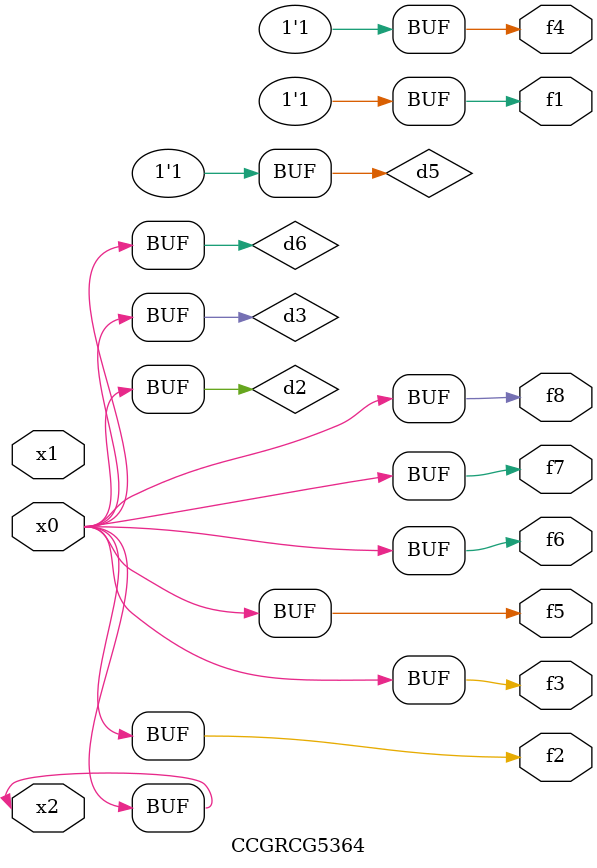
<source format=v>
module CCGRCG5364(
	input x0, x1, x2,
	output f1, f2, f3, f4, f5, f6, f7, f8
);

	wire d1, d2, d3, d4, d5, d6;

	xnor (d1, x2);
	buf (d2, x0, x2);
	and (d3, x0);
	xnor (d4, x1, x2);
	nand (d5, d1, d3);
	buf (d6, d2, d3);
	assign f1 = d5;
	assign f2 = d6;
	assign f3 = d6;
	assign f4 = d5;
	assign f5 = d6;
	assign f6 = d6;
	assign f7 = d6;
	assign f8 = d6;
endmodule

</source>
